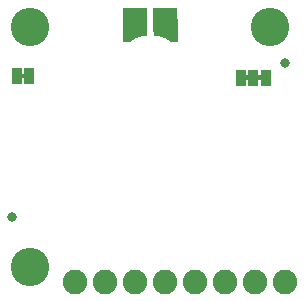
<source format=gbs>
G04 EAGLE Gerber RS-274X export*
G75*
%MOMM*%
%FSLAX34Y34*%
%LPD*%
%INSoldermask Bottom*%
%IPPOS*%
%AMOC8*
5,1,8,0,0,1.08239X$1,22.5*%
G01*
%ADD10C,0.838200*%
%ADD11C,3.251200*%
%ADD12C,2.082800*%
%ADD13R,0.863600X1.473200*%
%ADD14R,2.153200X2.153200*%

G36*
X150016Y215556D02*
X150016Y215556D01*
X150033Y215553D01*
X150083Y215575D01*
X150134Y215590D01*
X150145Y215603D01*
X150161Y215610D01*
X150191Y215655D01*
X150226Y215695D01*
X150229Y215712D01*
X150238Y215727D01*
X150249Y215800D01*
X150249Y235100D01*
X150244Y235116D01*
X150247Y235133D01*
X150225Y235183D01*
X150210Y235234D01*
X150197Y235245D01*
X150190Y235261D01*
X150145Y235291D01*
X150105Y235326D01*
X150088Y235329D01*
X150074Y235338D01*
X150000Y235349D01*
X130600Y235349D01*
X130584Y235344D01*
X130567Y235347D01*
X130517Y235325D01*
X130466Y235310D01*
X130455Y235297D01*
X130439Y235290D01*
X130409Y235245D01*
X130374Y235205D01*
X130371Y235188D01*
X130362Y235174D01*
X130351Y235100D01*
X130351Y220800D01*
X130355Y220787D01*
X130352Y220773D01*
X130374Y220720D01*
X130390Y220666D01*
X130400Y220657D01*
X130406Y220644D01*
X130452Y220611D01*
X130495Y220574D01*
X130509Y220572D01*
X130520Y220564D01*
X130594Y220551D01*
X133640Y220472D01*
X136618Y219920D01*
X139472Y218908D01*
X142132Y217461D01*
X144548Y215602D01*
X144589Y215586D01*
X144627Y215562D01*
X144669Y215556D01*
X144678Y215552D01*
X144685Y215553D01*
X144700Y215551D01*
X150000Y215551D01*
X150016Y215556D01*
G37*
G36*
X109843Y215463D02*
X109843Y215463D01*
X109887Y215466D01*
X109924Y215487D01*
X109934Y215490D01*
X109939Y215495D01*
X109952Y215502D01*
X112368Y217361D01*
X115028Y218808D01*
X117882Y219820D01*
X120860Y220372D01*
X123906Y220451D01*
X123920Y220455D01*
X123933Y220453D01*
X123985Y220476D01*
X124040Y220494D01*
X124048Y220504D01*
X124061Y220510D01*
X124093Y220557D01*
X124129Y220601D01*
X124131Y220615D01*
X124138Y220627D01*
X124149Y220700D01*
X124149Y235000D01*
X124144Y235016D01*
X124147Y235033D01*
X124125Y235083D01*
X124110Y235134D01*
X124097Y235145D01*
X124090Y235161D01*
X124045Y235191D01*
X124005Y235226D01*
X123988Y235229D01*
X123974Y235238D01*
X123900Y235249D01*
X104500Y235249D01*
X104484Y235244D01*
X104467Y235247D01*
X104417Y235225D01*
X104366Y235210D01*
X104355Y235197D01*
X104339Y235190D01*
X104309Y235145D01*
X104274Y235105D01*
X104271Y235088D01*
X104262Y235074D01*
X104251Y235000D01*
X104251Y215700D01*
X104256Y215684D01*
X104253Y215667D01*
X104275Y215617D01*
X104290Y215566D01*
X104303Y215555D01*
X104310Y215539D01*
X104355Y215509D01*
X104395Y215474D01*
X104412Y215471D01*
X104427Y215462D01*
X104500Y215451D01*
X109800Y215451D01*
X109843Y215463D01*
G37*
G36*
X21147Y184797D02*
X21147Y184797D01*
X21213Y184799D01*
X21256Y184817D01*
X21303Y184825D01*
X21360Y184859D01*
X21420Y184884D01*
X21455Y184915D01*
X21496Y184940D01*
X21538Y184991D01*
X21586Y185035D01*
X21608Y185077D01*
X21637Y185114D01*
X21658Y185176D01*
X21689Y185235D01*
X21697Y185289D01*
X21709Y185326D01*
X21708Y185366D01*
X21716Y185420D01*
X21716Y187960D01*
X21705Y188025D01*
X21703Y188091D01*
X21685Y188134D01*
X21677Y188181D01*
X21643Y188238D01*
X21618Y188298D01*
X21587Y188333D01*
X21562Y188374D01*
X21511Y188416D01*
X21467Y188464D01*
X21425Y188486D01*
X21388Y188515D01*
X21326Y188536D01*
X21267Y188567D01*
X21213Y188575D01*
X21176Y188587D01*
X21136Y188586D01*
X21082Y188594D01*
X17272Y188594D01*
X17207Y188583D01*
X17141Y188581D01*
X17098Y188563D01*
X17051Y188555D01*
X16994Y188521D01*
X16934Y188496D01*
X16899Y188465D01*
X16858Y188440D01*
X16817Y188389D01*
X16768Y188345D01*
X16746Y188303D01*
X16717Y188266D01*
X16696Y188204D01*
X16665Y188145D01*
X16657Y188091D01*
X16645Y188054D01*
X16645Y188051D01*
X16646Y188014D01*
X16638Y187960D01*
X16638Y185420D01*
X16649Y185355D01*
X16651Y185289D01*
X16669Y185246D01*
X16677Y185199D01*
X16711Y185142D01*
X16736Y185082D01*
X16767Y185047D01*
X16792Y185006D01*
X16843Y184965D01*
X16887Y184916D01*
X16929Y184894D01*
X16966Y184865D01*
X17028Y184844D01*
X17087Y184813D01*
X17141Y184805D01*
X17178Y184793D01*
X17218Y184794D01*
X17272Y184786D01*
X21082Y184786D01*
X21147Y184797D01*
G37*
G36*
X211266Y183527D02*
X211266Y183527D01*
X211332Y183529D01*
X211375Y183547D01*
X211422Y183555D01*
X211479Y183589D01*
X211539Y183614D01*
X211574Y183645D01*
X211615Y183670D01*
X211657Y183721D01*
X211705Y183765D01*
X211727Y183807D01*
X211756Y183844D01*
X211777Y183906D01*
X211808Y183965D01*
X211816Y184019D01*
X211828Y184056D01*
X211827Y184096D01*
X211835Y184150D01*
X211835Y186690D01*
X211824Y186755D01*
X211822Y186821D01*
X211804Y186864D01*
X211796Y186911D01*
X211762Y186968D01*
X211737Y187028D01*
X211706Y187063D01*
X211681Y187104D01*
X211630Y187146D01*
X211586Y187194D01*
X211544Y187216D01*
X211507Y187245D01*
X211445Y187266D01*
X211386Y187297D01*
X211332Y187305D01*
X211295Y187317D01*
X211255Y187316D01*
X211201Y187324D01*
X207391Y187324D01*
X207326Y187313D01*
X207260Y187311D01*
X207217Y187293D01*
X207170Y187285D01*
X207113Y187251D01*
X207053Y187226D01*
X207018Y187195D01*
X206977Y187170D01*
X206936Y187119D01*
X206887Y187075D01*
X206865Y187033D01*
X206836Y186996D01*
X206815Y186934D01*
X206784Y186875D01*
X206776Y186821D01*
X206764Y186784D01*
X206764Y186781D01*
X206765Y186744D01*
X206757Y186690D01*
X206757Y184150D01*
X206768Y184085D01*
X206770Y184019D01*
X206788Y183976D01*
X206796Y183929D01*
X206830Y183872D01*
X206855Y183812D01*
X206886Y183777D01*
X206911Y183736D01*
X206962Y183695D01*
X207006Y183646D01*
X207048Y183624D01*
X207085Y183595D01*
X207147Y183574D01*
X207206Y183543D01*
X207260Y183535D01*
X207297Y183523D01*
X207337Y183524D01*
X207391Y183516D01*
X211201Y183516D01*
X211266Y183527D01*
G37*
G36*
X221426Y183527D02*
X221426Y183527D01*
X221492Y183529D01*
X221535Y183547D01*
X221582Y183555D01*
X221639Y183589D01*
X221699Y183614D01*
X221734Y183645D01*
X221775Y183670D01*
X221817Y183721D01*
X221865Y183765D01*
X221887Y183807D01*
X221916Y183844D01*
X221937Y183906D01*
X221968Y183965D01*
X221976Y184019D01*
X221988Y184056D01*
X221987Y184096D01*
X221995Y184150D01*
X221995Y186690D01*
X221984Y186755D01*
X221982Y186821D01*
X221964Y186864D01*
X221956Y186911D01*
X221922Y186968D01*
X221897Y187028D01*
X221866Y187063D01*
X221841Y187104D01*
X221790Y187146D01*
X221746Y187194D01*
X221704Y187216D01*
X221667Y187245D01*
X221605Y187266D01*
X221546Y187297D01*
X221492Y187305D01*
X221455Y187317D01*
X221415Y187316D01*
X221361Y187324D01*
X217551Y187324D01*
X217486Y187313D01*
X217420Y187311D01*
X217377Y187293D01*
X217330Y187285D01*
X217273Y187251D01*
X217213Y187226D01*
X217178Y187195D01*
X217137Y187170D01*
X217096Y187119D01*
X217047Y187075D01*
X217025Y187033D01*
X216996Y186996D01*
X216975Y186934D01*
X216944Y186875D01*
X216936Y186821D01*
X216924Y186784D01*
X216924Y186781D01*
X216925Y186744D01*
X216917Y186690D01*
X216917Y184150D01*
X216928Y184085D01*
X216930Y184019D01*
X216948Y183976D01*
X216956Y183929D01*
X216990Y183872D01*
X217015Y183812D01*
X217046Y183777D01*
X217071Y183736D01*
X217122Y183695D01*
X217166Y183646D01*
X217208Y183624D01*
X217245Y183595D01*
X217307Y183574D01*
X217366Y183543D01*
X217420Y183535D01*
X217457Y183523D01*
X217497Y183524D01*
X217551Y183516D01*
X221361Y183516D01*
X221426Y183527D01*
G37*
D10*
X10160Y67310D03*
X241300Y198120D03*
D11*
X228600Y228600D03*
X25400Y228600D03*
X25400Y25400D03*
D12*
X139700Y12700D03*
X114300Y12700D03*
X88900Y12700D03*
X63500Y12700D03*
D13*
X24384Y186690D03*
X13970Y186690D03*
X203962Y185420D03*
X214376Y185420D03*
X224790Y185420D03*
D14*
X113900Y233800D03*
X139900Y233800D03*
D12*
X241300Y12700D03*
X215900Y12700D03*
X190500Y12700D03*
X165100Y12700D03*
M02*

</source>
